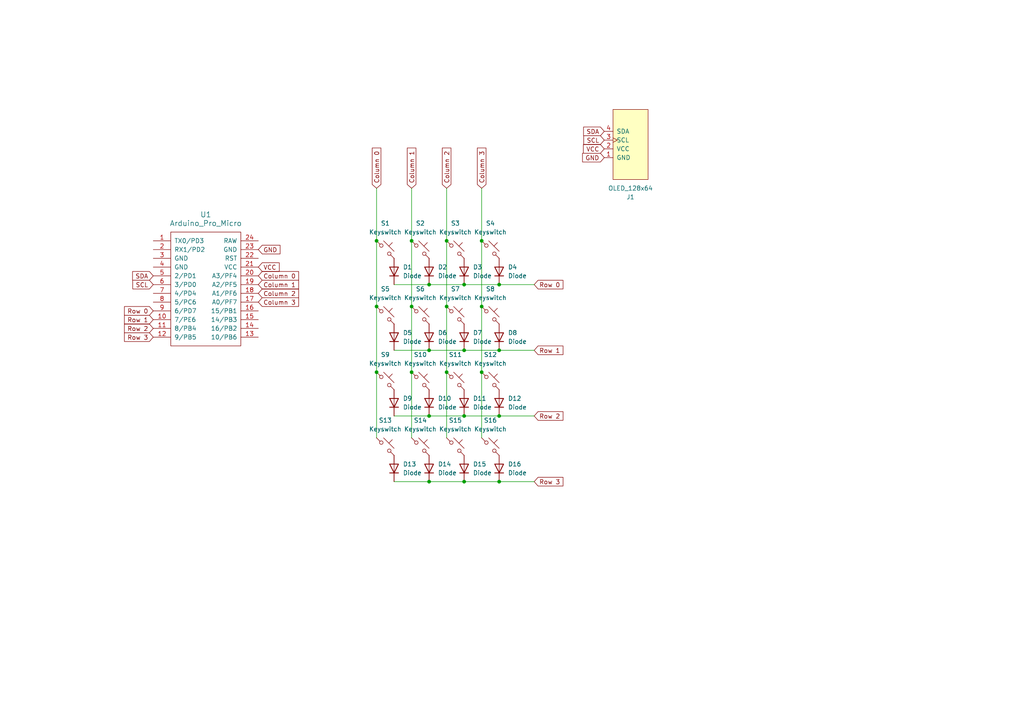
<source format=kicad_sch>
(kicad_sch (version 20230121) (generator eeschema)
  (paper "A4")
  (lib_symbols
    (symbol "ScottoKeebs:MCU_Arduino_Pro_Micro" (pin_names (offset 1.016))
      (property "Reference" "U" (at 0 0 0))
      (property "Value" "Arduino_Pro_Micro" (at 0 -19.05 0))
      (symbol "MCU_Arduino_Pro_Micro_0_1"
        (rectangle (start -10.16 16.51) (end 10.16 -16.51))
      )
      (symbol "MCU_Arduino_Pro_Micro_1_1"
        (pin input line (at -15.24 13.97 0) (length 5.08) (name "TX0/PD3") (number "1"))
        (pin input line (at -15.24 -8.89 0) (length 5.08) (name "7/PE6") (number "10"))
        (pin input line (at -15.24 -11.43 0) (length 5.08) (name "8/PB4") (number "11"))
        (pin input line (at -15.24 -13.97 0) (length 5.08) (name "9/PB5") (number "12"))
        (pin input line (at 15.24 -13.97 180) (length 5.08) (name "10/PB6") (number "13"))
        (pin input line (at 15.24 -11.43 180) (length 5.08) (name "16/PB2") (number "14"))
        (pin input line (at 15.24 -8.89 180) (length 5.08) (name "14/PB3") (number "15"))
        (pin input line (at 15.24 -6.35 180) (length 5.08) (name "15/PB1") (number "16"))
        (pin input line (at 15.24 -3.81 180) (length 5.08) (name "A0/PF7") (number "17"))
        (pin input line (at 15.24 -1.27 180) (length 5.08) (name "A1/PF6") (number "18"))
        (pin input line (at 15.24 1.27 180) (length 5.08) (name "A2/PF5") (number "19"))
        (pin input line (at -15.24 11.43 0) (length 5.08) (name "RX1/PD2") (number "2"))
        (pin input line (at 15.24 3.81 180) (length 5.08) (name "A3/PF4") (number "20"))
        (pin input line (at 15.24 6.35 180) (length 5.08) (name "VCC") (number "21"))
        (pin input line (at 15.24 8.89 180) (length 5.08) (name "RST") (number "22"))
        (pin input line (at 15.24 11.43 180) (length 5.08) (name "GND") (number "23"))
        (pin input line (at 15.24 13.97 180) (length 5.08) (name "RAW") (number "24"))
        (pin input line (at -15.24 8.89 0) (length 5.08) (name "GND") (number "3"))
        (pin input line (at -15.24 6.35 0) (length 5.08) (name "GND") (number "4"))
        (pin input line (at -15.24 3.81 0) (length 5.08) (name "2/PD1") (number "5"))
        (pin input line (at -15.24 1.27 0) (length 5.08) (name "3/PD0") (number "6"))
        (pin input line (at -15.24 -1.27 0) (length 5.08) (name "4/PD4") (number "7"))
        (pin input line (at -15.24 -3.81 0) (length 5.08) (name "5/PC6") (number "8"))
        (pin input line (at -15.24 -6.35 0) (length 5.08) (name "6/PD7") (number "9"))
      )
    )
    (symbol "ScottoKeebs:OLED_128x64" (pin_names (offset 1.016))
      (property "Reference" "J" (at 0 -11.43 0))
      (property "Value" "OLED_128x64" (at 0 -7.62 0))
      (symbol "OLED_128x64_0_1"
        (rectangle (start 10.16 -10.16) (end -10.16 0) (fill (type background)))
      )
      (symbol "OLED_128x64_1_1"
        (pin power_in line (at -3.81 2.54 270) (length 2.54) (name "GND") (number "1"))
        (pin power_in line (at -1.27 2.54 270) (length 2.54) (name "VCC") (number "2"))
        (pin input clock (at 1.27 2.54 270) (length 2.54) (name "SCL") (number "3"))
        (pin bidirectional line (at 3.81 2.54 270) (length 2.54) (name "SDA") (number "4"))
      )
    )
    (symbol "ScottoKeebs:Placeholder_Diode" (pin_numbers hide) (pin_names hide)
      (property "Reference" "D" (at 0 2.54 0))
      (property "Value" "Diode" (at 0 -2.54 0))
      (symbol "Placeholder_Diode_0_1"
        (polyline (pts (xy -1.27 1.27) (xy -1.27 -1.27)) (stroke (width 0.254)))
        (polyline (pts (xy 1.27 0) (xy -1.27 0)))
        (polyline (pts (xy 1.27 1.27) (xy 1.27 -1.27) (xy -1.27 0) (xy 1.27 1.27)) (stroke (width 0.254)))
      )
      (symbol "Placeholder_Diode_1_1"
        (pin passive line (at -3.81 0 0) (length 2.54) (name "K") (number "1"))
        (pin passive line (at 3.81 0 180) (length 2.54) (name "A") (number "2"))
      )
    )
    (symbol "ScottoKeebs:Placeholder_Keyswitch" (pin_numbers hide) (pin_names (offset 1.016) hide)
      (property "Reference" "S" (at 3.048 1.016 0))
      (property "Value" "Keyswitch" (at 0 -3.81 0))
      (symbol "Placeholder_Keyswitch_0_1"
        (circle (center -1.1684 1.1684) (radius 0.508))
        (polyline (pts (xy -0.508 2.54) (xy 2.54 -0.508)))
        (polyline (pts (xy 1.016 1.016) (xy 2.032 2.032)))
        (polyline (pts (xy -2.54 2.54) (xy -1.524 1.524) (xy -1.524 1.524)))
        (polyline (pts (xy 1.524 -1.524) (xy 2.54 -2.54) (xy 2.54 -2.54) (xy 2.54 -2.54)))
        (circle (center 1.143 -1.1938) (radius 0.508))
        (pin passive line (at -2.54 2.54 0) (length 0) (name "1") (number "1"))
        (pin passive line (at 2.54 -2.54 180) (length 0) (name "2") (number "2"))
      )
    )
  )
  (junction (at 134.62 139.7))
  (junction (at 129.54 69.85))
  (junction (at 139.7 88.9))
  (junction (at 144.78 120.65))
  (junction (at 124.46 82.55))
  (junction (at 139.7 107.95))
  (junction (at 124.46 120.65))
  (junction (at 144.78 101.6))
  (junction (at 144.78 82.55))
  (junction (at 134.62 82.55))
  (junction (at 129.54 107.95))
  (junction (at 109.22 107.95))
  (junction (at 134.62 101.6))
  (junction (at 119.38 69.85))
  (junction (at 109.22 88.9))
  (junction (at 119.38 88.9))
  (junction (at 124.46 139.7))
  (junction (at 134.62 120.65))
  (junction (at 119.38 107.95))
  (junction (at 139.7 69.85))
  (junction (at 124.46 101.6))
  (junction (at 144.78 139.7))
  (junction (at 129.54 88.9))
  (junction (at 109.22 69.85))
  (wire (pts (xy 144.78 82.55) (xy 154.94 82.55)))
  (wire (pts (xy 134.62 101.6) (xy 144.78 101.6)))
  (wire (pts (xy 114.3 82.55) (xy 124.46 82.55)))
  (wire (pts (xy 134.62 82.55) (xy 144.78 82.55)))
  (wire (pts (xy 139.7 54.61) (xy 139.7 69.85)))
  (wire (pts (xy 124.46 139.7) (xy 134.62 139.7)))
  (wire (pts (xy 114.3 139.7) (xy 124.46 139.7)))
  (wire (pts (xy 124.46 101.6) (xy 134.62 101.6)))
  (wire (pts (xy 134.62 139.7) (xy 144.78 139.7)))
  (wire (pts (xy 144.78 139.7) (xy 154.94 139.7)))
  (wire (pts (xy 119.38 69.85) (xy 119.38 88.9)))
  (wire (pts (xy 129.54 107.95) (xy 129.54 127)))
  (wire (pts (xy 129.54 88.9) (xy 129.54 107.95)))
  (wire (pts (xy 139.7 69.85) (xy 139.7 88.9)))
  (wire (pts (xy 114.3 101.6) (xy 124.46 101.6)))
  (wire (pts (xy 144.78 101.6) (xy 154.94 101.6)))
  (wire (pts (xy 124.46 120.65) (xy 134.62 120.65)))
  (wire (pts (xy 109.22 88.9) (xy 109.22 107.95)))
  (wire (pts (xy 124.46 82.55) (xy 134.62 82.55)))
  (wire (pts (xy 129.54 69.85) (xy 129.54 88.9)))
  (wire (pts (xy 109.22 69.85) (xy 109.22 88.9)))
  (wire (pts (xy 109.22 107.95) (xy 109.22 127)))
  (wire (pts (xy 134.62 120.65) (xy 144.78 120.65)))
  (wire (pts (xy 119.38 88.9) (xy 119.38 107.95)))
  (wire (pts (xy 119.38 54.61) (xy 119.38 69.85)))
  (wire (pts (xy 144.78 120.65) (xy 154.94 120.65)))
  (wire (pts (xy 114.3 120.65) (xy 124.46 120.65)))
  (wire (pts (xy 139.7 88.9) (xy 139.7 107.95)))
  (wire (pts (xy 109.22 54.61) (xy 109.22 69.85)))
  (wire (pts (xy 129.54 54.61) (xy 129.54 69.85)))
  (wire (pts (xy 139.7 107.95) (xy 139.7 127)))
  (wire (pts (xy 119.38 107.95) (xy 119.38 127)))
  (global_label "Row 2" (shape input) (at 44.45 95.25 180) (property "Intersheetrefs" "${INTERSHEET_REFS}" (effects hide)))
  (global_label "SCL" (shape input) (at 44.45 82.55 180) (property "Intersheetrefs" "${INTERSHEET_REFS}" (effects hide)))
  (global_label "Column 3" (shape input) (at 74.93 87.63 0) (property "Intersheetrefs" "${INTERSHEET_REFS}" (effects hide)))
  (global_label "Column 1" (shape input) (at 119.38 54.61 90) (property "Intersheetrefs" "${INTERSHEET_REFS}" (effects hide)))
  (global_label "Row 1" (shape input) (at 44.45 92.71 180) (property "Intersheetrefs" "${INTERSHEET_REFS}" (effects hide)))
  (global_label "Row 0" (shape input) (at 154.94 82.55 0) (property "Intersheetrefs" "${INTERSHEET_REFS}" (effects hide)))
  (global_label "Column 3" (shape input) (at 139.7 54.61 90) (property "Intersheetrefs" "${INTERSHEET_REFS}" (effects hide)))
  (global_label "Row 3" (shape input) (at 44.45 97.79 180) (property "Intersheetrefs" "${INTERSHEET_REFS}" (effects hide)))
  (global_label "GND" (shape input) (at 175.26 45.72 180) (property "Intersheetrefs" "${INTERSHEET_REFS}" (effects hide)))
  (global_label "Column 2" (shape input) (at 74.93 85.09 0) (property "Intersheetrefs" "${INTERSHEET_REFS}" (effects hide)))
  (global_label "Row 0" (shape input) (at 44.45 90.17 180) (property "Intersheetrefs" "${INTERSHEET_REFS}" (effects hide)))
  (global_label "Row 1" (shape input) (at 154.94 101.6 0) (property "Intersheetrefs" "${INTERSHEET_REFS}" (effects hide)))
  (global_label "SDA" (shape input) (at 44.45 80.01 180) (property "Intersheetrefs" "${INTERSHEET_REFS}" (effects hide)))
  (global_label "Column 0" (shape input) (at 109.22 54.61 90) (property "Intersheetrefs" "${INTERSHEET_REFS}" (effects hide)))
  (global_label "VCC" (shape input) (at 175.26 43.18 180) (property "Intersheetrefs" "${INTERSHEET_REFS}" (effects hide)))
  (global_label "SCL" (shape input) (at 175.26 40.64 180) (property "Intersheetrefs" "${INTERSHEET_REFS}" (effects hide)))
  (global_label "SDA" (shape input) (at 175.26 38.1 180) (property "Intersheetrefs" "${INTERSHEET_REFS}" (effects hide)))
  (global_label "Column 1" (shape input) (at 74.93 82.55 0) (property "Intersheetrefs" "${INTERSHEET_REFS}" (effects hide)))
  (global_label "GND" (shape input) (at 74.93 72.39 0) (property "Intersheetrefs" "${INTERSHEET_REFS}" (effects hide)))
  (global_label "Row 3" (shape input) (at 154.94 139.7 0) (property "Intersheetrefs" "${INTERSHEET_REFS}" (effects hide)))
  (global_label "VCC" (shape input) (at 74.93 77.47 0) (property "Intersheetrefs" "${INTERSHEET_REFS}" (effects hide)))
  (global_label "Column 0" (shape input) (at 74.93 80.01 0) (property "Intersheetrefs" "${INTERSHEET_REFS}" (effects hide)))
  (global_label "Column 2" (shape input) (at 129.54 54.61 90) (property "Intersheetrefs" "${INTERSHEET_REFS}" (effects hide)))
  (global_label "Row 2" (shape input) (at 154.94 120.65 0) (property "Intersheetrefs" "${INTERSHEET_REFS}" (effects hide)))
  (symbol (lib_id "ScottoKeebs:Placeholder_Keyswitch") (at 132.08 72.39 0) (unit 1)
    (property "Reference" "S3" (at 132.08 64.77 0))
    (property "Value" "Keyswitch" (at 132.08 67.31 0))
    (property "Footprint" "ScottoKeebs_MX:MX_PCB_1.00u" (effects hide))
  )
  (symbol (lib_id "ScottoKeebs:Placeholder_Diode") (at 124.46 78.74 90) (unit 1)
    (property "Reference" "D2" (at 127 77.47 90) (effects (justify right)))
    (property "Value" "Diode" (at 127 80.01 90) (effects (justify right)))
    (property "Footprint" "ScottoKeebs_Components:Diode_SOD-123" (effects hide))
    (property "Sim.Device" "D" (effects hide))
    (property "Sim.Pins" "1=K 2=A" (effects hide))
  )
  (symbol (lib_id "ScottoKeebs:Placeholder_Diode") (at 144.78 116.84 90) (unit 1)
    (property "Reference" "D12" (at 147.32 115.57 90) (effects (justify right)))
    (property "Value" "Diode" (at 147.32 118.11 90) (effects (justify right)))
    (property "Footprint" "ScottoKeebs_Components:Diode_SOD-123" (effects hide))
    (property "Sim.Device" "D" (effects hide))
    (property "Sim.Pins" "1=K 2=A" (effects hide))
  )
  (symbol (lib_id "ScottoKeebs:Placeholder_Diode") (at 114.3 116.84 90) (unit 1)
    (property "Reference" "D9" (at 116.84 115.57 90) (effects (justify right)))
    (property "Value" "Diode" (at 116.84 118.11 90) (effects (justify right)))
    (property "Footprint" "ScottoKeebs_Components:Diode_SOD-123" (effects hide))
    (property "Sim.Device" "D" (effects hide))
    (property "Sim.Pins" "1=K 2=A" (effects hide))
  )
  (symbol (lib_id "ScottoKeebs:Placeholder_Diode") (at 114.3 97.79 90) (unit 1)
    (property "Reference" "D5" (at 116.84 96.52 90) (effects (justify right)))
    (property "Value" "Diode" (at 116.84 99.06 90) (effects (justify right)))
    (property "Footprint" "ScottoKeebs_Components:Diode_SOD-123" (effects hide))
    (property "Sim.Device" "D" (effects hide))
    (property "Sim.Pins" "1=K 2=A" (effects hide))
  )
  (symbol (lib_id "ScottoKeebs:Placeholder_Keyswitch") (at 111.76 91.44 0) (unit 1)
    (property "Reference" "S5" (at 111.76 83.82 0))
    (property "Value" "Keyswitch" (at 111.76 86.36 0))
    (property "Footprint" "ScottoKeebs_MX:MX_PCB_1.00u" (effects hide))
  )
  (symbol (lib_id "ScottoKeebs:Placeholder_Diode") (at 144.78 97.79 90) (unit 1)
    (property "Reference" "D8" (at 147.32 96.52 90) (effects (justify right)))
    (property "Value" "Diode" (at 147.32 99.06 90) (effects (justify right)))
    (property "Footprint" "ScottoKeebs_Components:Diode_SOD-123" (effects hide))
    (property "Sim.Device" "D" (effects hide))
    (property "Sim.Pins" "1=K 2=A" (effects hide))
  )
  (symbol (lib_id "ScottoKeebs:Placeholder_Diode") (at 134.62 78.74 90) (unit 1)
    (property "Reference" "D3" (at 137.16 77.47 90) (effects (justify right)))
    (property "Value" "Diode" (at 137.16 80.01 90) (effects (justify right)))
    (property "Footprint" "ScottoKeebs_Components:Diode_SOD-123" (effects hide))
    (property "Sim.Device" "D" (effects hide))
    (property "Sim.Pins" "1=K 2=A" (effects hide))
  )
  (symbol (lib_id "ScottoKeebs:Placeholder_Diode") (at 144.78 78.74 90) (unit 1)
    (property "Reference" "D4" (at 147.32 77.47 90) (effects (justify right)))
    (property "Value" "Diode" (at 147.32 80.01 90) (effects (justify right)))
    (property "Footprint" "ScottoKeebs_Components:Diode_SOD-123" (effects hide))
    (property "Sim.Device" "D" (effects hide))
    (property "Sim.Pins" "1=K 2=A" (effects hide))
  )
  (symbol (lib_id "ScottoKeebs:Placeholder_Diode") (at 124.46 116.84 90) (unit 1)
    (property "Reference" "D10" (at 127 115.57 90) (effects (justify right)))
    (property "Value" "Diode" (at 127 118.11 90) (effects (justify right)))
    (property "Footprint" "ScottoKeebs_Components:Diode_SOD-123" (effects hide))
    (property "Sim.Device" "D" (effects hide))
    (property "Sim.Pins" "1=K 2=A" (effects hide))
  )
  (symbol (lib_id "ScottoKeebs:Placeholder_Keyswitch") (at 121.92 91.44 0) (unit 1)
    (property "Reference" "S6" (at 121.92 83.82 0))
    (property "Value" "Keyswitch" (at 121.92 86.36 0))
    (property "Footprint" "ScottoKeebs_MX:MX_PCB_1.00u" (effects hide))
  )
  (symbol (lib_id "ScottoKeebs:OLED_128x64") (at 177.8 41.91 90) (unit 1)
    (property "Reference" "J1" (at 182.88 57.15 90))
    (property "Value" "OLED_128x64" (at 182.88 54.61 90))
    (property "Footprint" "ScottoKeebs_Components:OLED_128x64" (effects hide))
  )
  (symbol (lib_id "ScottoKeebs:Placeholder_Keyswitch") (at 111.76 129.54 0) (unit 1)
    (property "Reference" "S13" (at 111.76 121.92 0))
    (property "Value" "Keyswitch" (at 111.76 124.46 0))
    (property "Footprint" "ScottoKeebs_MX:MX_PCB_1.00u" (effects hide))
  )
  (symbol (lib_id "ScottoKeebs:Placeholder_Keyswitch") (at 142.24 129.54 0) (unit 1)
    (property "Reference" "S16" (at 142.24 121.92 0))
    (property "Value" "Keyswitch" (at 142.24 124.46 0))
    (property "Footprint" "ScottoKeebs_MX:MX_PCB_1.00u" (effects hide))
  )
  (symbol (lib_id "ScottoKeebs:Placeholder_Diode") (at 134.62 97.79 90) (unit 1)
    (property "Reference" "D7" (at 137.16 96.52 90) (effects (justify right)))
    (property "Value" "Diode" (at 137.16 99.06 90) (effects (justify right)))
    (property "Footprint" "ScottoKeebs_Components:Diode_SOD-123" (effects hide))
    (property "Sim.Device" "D" (effects hide))
    (property "Sim.Pins" "1=K 2=A" (effects hide))
  )
  (symbol (lib_id "ScottoKeebs:Placeholder_Diode") (at 124.46 135.89 90) (unit 1)
    (property "Reference" "D14" (at 127 134.62 90) (effects (justify right)))
    (property "Value" "Diode" (at 127 137.16 90) (effects (justify right)))
    (property "Footprint" "ScottoKeebs_Components:Diode_SOD-123" (effects hide))
    (property "Sim.Device" "D" (effects hide))
    (property "Sim.Pins" "1=K 2=A" (effects hide))
  )
  (symbol (lib_id "ScottoKeebs:Placeholder_Keyswitch") (at 121.92 129.54 0) (unit 1)
    (property "Reference" "S14" (at 121.92 121.92 0))
    (property "Value" "Keyswitch" (at 121.92 124.46 0))
    (property "Footprint" "ScottoKeebs_MX:MX_PCB_1.00u" (effects hide))
  )
  (symbol (lib_id "ScottoKeebs:Placeholder_Diode") (at 114.3 78.74 90) (unit 1)
    (property "Reference" "D1" (at 116.84 77.47 90) (effects (justify right)))
    (property "Value" "Diode" (at 116.84 80.01 90) (effects (justify right)))
    (property "Footprint" "ScottoKeebs_Components:Diode_SOD-123" (effects hide))
    (property "Sim.Device" "D" (effects hide))
    (property "Sim.Pins" "1=K 2=A" (effects hide))
  )
  (symbol (lib_id "ScottoKeebs:Placeholder_Diode") (at 134.62 135.89 90) (unit 1)
    (property "Reference" "D15" (at 137.16 134.62 90) (effects (justify right)))
    (property "Value" "Diode" (at 137.16 137.16 90) (effects (justify right)))
    (property "Footprint" "ScottoKeebs_Components:Diode_SOD-123" (effects hide))
    (property "Sim.Device" "D" (effects hide))
    (property "Sim.Pins" "1=K 2=A" (effects hide))
  )
  (symbol (lib_id "ScottoKeebs:Placeholder_Diode") (at 124.46 97.79 90) (unit 1)
    (property "Reference" "D6" (at 127 96.52 90) (effects (justify right)))
    (property "Value" "Diode" (at 127 99.06 90) (effects (justify right)))
    (property "Footprint" "ScottoKeebs_Components:Diode_SOD-123" (effects hide))
    (property "Sim.Device" "D" (effects hide))
    (property "Sim.Pins" "1=K 2=A" (effects hide))
  )
  (symbol (lib_id "ScottoKeebs:Placeholder_Keyswitch") (at 142.24 72.39 0) (unit 1)
    (property "Reference" "S4" (at 142.24 64.77 0))
    (property "Value" "Keyswitch" (at 142.24 67.31 0))
    (property "Footprint" "ScottoKeebs_MX:MX_PCB_1.00u" (effects hide))
  )
  (symbol (lib_id "ScottoKeebs:Placeholder_Keyswitch") (at 121.92 110.49 0) (unit 1)
    (property "Reference" "S10" (at 121.92 102.87 0))
    (property "Value" "Keyswitch" (at 121.92 105.41 0))
    (property "Footprint" "ScottoKeebs_MX:MX_PCB_1.00u" (effects hide))
  )
  (symbol (lib_id "ScottoKeebs:Placeholder_Keyswitch") (at 121.92 72.39 0) (unit 1)
    (property "Reference" "S2" (at 121.92 64.77 0))
    (property "Value" "Keyswitch" (at 121.92 67.31 0))
    (property "Footprint" "ScottoKeebs_MX:MX_PCB_1.00u" (effects hide))
  )
  (symbol (lib_id "ScottoKeebs:Placeholder_Keyswitch") (at 132.08 110.49 0) (unit 1)
    (property "Reference" "S11" (at 132.08 102.87 0))
    (property "Value" "Keyswitch" (at 132.08 105.41 0))
    (property "Footprint" "ScottoKeebs_MX:MX_PCB_1.00u" (effects hide))
  )
  (symbol (lib_id "ScottoKeebs:Placeholder_Diode") (at 134.62 116.84 90) (unit 1)
    (property "Reference" "D11" (at 137.16 115.57 90) (effects (justify right)))
    (property "Value" "Diode" (at 137.16 118.11 90) (effects (justify right)))
    (property "Footprint" "ScottoKeebs_Components:Diode_SOD-123" (effects hide))
    (property "Sim.Device" "D" (effects hide))
    (property "Sim.Pins" "1=K 2=A" (effects hide))
  )
  (symbol (lib_id "ScottoKeebs:Placeholder_Keyswitch") (at 132.08 91.44 0) (unit 1)
    (property "Reference" "S7" (at 132.08 83.82 0))
    (property "Value" "Keyswitch" (at 132.08 86.36 0))
    (property "Footprint" "ScottoKeebs_MX:MX_PCB_1.00u" (effects hide))
  )
  (symbol (lib_id "ScottoKeebs:Placeholder_Keyswitch") (at 111.76 72.39 0) (unit 1)
    (property "Reference" "S1" (at 111.76 64.77 0))
    (property "Value" "Keyswitch" (at 111.76 67.31 0))
    (property "Footprint" "ScottoKeebs_MX:MX_PCB_1.00u" (effects hide))
  )
  (symbol (lib_id "ScottoKeebs:Placeholder_Keyswitch") (at 111.76 110.49 0) (unit 1)
    (property "Reference" "S9" (at 111.76 102.87 0))
    (property "Value" "Keyswitch" (at 111.76 105.41 0))
    (property "Footprint" "ScottoKeebs_MX:MX_PCB_1.00u" (effects hide))
  )
  (symbol (lib_id "ScottoKeebs:MCU_Arduino_Pro_Micro") (at 59.69 83.82 0) (unit 1)
    (property "Reference" "U1" (at 59.69 62.23 0) (effects (font (size 1.524 1.524))))
    (property "Value" "Arduino_Pro_Micro" (at 59.69 64.77 0) (effects (font (size 1.524 1.524))))
    (property "Footprint" "ScottoKeebs_MCU:Arduino_Pro_Micro" (effects hide))
  )
  (symbol (lib_id "ScottoKeebs:Placeholder_Diode") (at 144.78 135.89 90) (unit 1)
    (property "Reference" "D16" (at 147.32 134.62 90) (effects (justify right)))
    (property "Value" "Diode" (at 147.32 137.16 90) (effects (justify right)))
    (property "Footprint" "ScottoKeebs_Components:Diode_SOD-123" (effects hide))
    (property "Sim.Device" "D" (effects hide))
    (property "Sim.Pins" "1=K 2=A" (effects hide))
  )
  (symbol (lib_id "ScottoKeebs:Placeholder_Keyswitch") (at 142.24 110.49 0) (unit 1)
    (property "Reference" "S12" (at 142.24 102.87 0))
    (property "Value" "Keyswitch" (at 142.24 105.41 0))
    (property "Footprint" "ScottoKeebs_MX:MX_PCB_1.00u" (effects hide))
  )
  (symbol (lib_id "ScottoKeebs:Placeholder_Keyswitch") (at 142.24 91.44 0) (unit 1)
    (property "Reference" "S8" (at 142.24 83.82 0))
    (property "Value" "Keyswitch" (at 142.24 86.36 0))
    (property "Footprint" "ScottoKeebs_MX:MX_PCB_1.00u" (effects hide))
  )
  (symbol (lib_id "ScottoKeebs:Placeholder_Keyswitch") (at 132.08 129.54 0) (unit 1)
    (property "Reference" "S15" (at 132.08 121.92 0))
    (property "Value" "Keyswitch" (at 132.08 124.46 0))
    (property "Footprint" "ScottoKeebs_MX:MX_PCB_1.00u" (effects hide))
  )
  (symbol (lib_id "ScottoKeebs:Placeholder_Diode") (at 114.3 135.89 90) (unit 1)
    (property "Reference" "D13" (at 116.84 134.62 90) (effects (justify right)))
    (property "Value" "Diode" (at 116.84 137.16 90) (effects (justify right)))
    (property "Footprint" "ScottoKeebs_Components:Diode_SOD-123" (effects hide))
    (property "Sim.Device" "D" (effects hide))
    (property "Sim.Pins" "1=K 2=A" (effects hide))
  )
)
</source>
